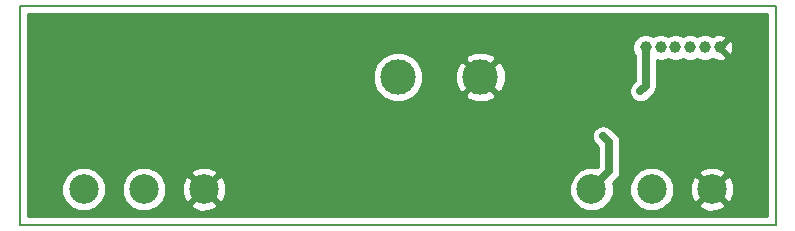
<source format=gbl>
G04 #@! TF.FileFunction,Copper,L2,Bot,Signal*
%FSLAX46Y46*%
G04 Gerber Fmt 4.6, Leading zero omitted, Abs format (unit mm)*
G04 Created by KiCad (PCBNEW 4.0.6+dfsg1-1) date Mon Oct 16 00:48:50 2017*
%MOMM*%
%LPD*%
G01*
G04 APERTURE LIST*
%ADD10C,0.100000*%
%ADD11C,0.150000*%
%ADD12C,2.500000*%
%ADD13C,1.000000*%
%ADD14C,3.000000*%
%ADD15C,0.600000*%
%ADD16C,0.635000*%
%ADD17C,0.254000*%
G04 APERTURE END LIST*
D10*
D11*
X181000000Y-127500000D02*
X181000000Y-109000000D01*
X117000000Y-127500000D02*
X181000000Y-127500000D01*
X117000000Y-109000000D02*
X117000000Y-127500000D01*
X181000000Y-109000000D02*
X117000000Y-109000000D01*
D12*
X127500000Y-124500000D03*
X122400000Y-124500000D03*
X132600000Y-124500000D03*
D13*
X170000000Y-112500000D03*
X171250000Y-112500000D03*
X172500000Y-112500000D03*
X173750000Y-112500000D03*
X175000000Y-112500000D03*
X176250000Y-112500000D03*
D12*
X170500000Y-124500000D03*
X165400000Y-124500000D03*
X175600000Y-124500000D03*
D14*
X149000000Y-115000000D03*
X156000000Y-115000000D03*
D15*
X166370000Y-120015000D03*
X169545000Y-116205000D03*
D16*
X166900000Y-120545000D02*
X166900000Y-123000000D01*
X166370000Y-120015000D02*
X166900000Y-120545000D01*
X166900000Y-123000000D02*
X165400000Y-124500000D01*
X170000000Y-115750000D02*
X170000000Y-112500000D01*
X169545000Y-116205000D02*
X170000000Y-115750000D01*
D17*
G36*
X180290000Y-126790000D02*
X117710000Y-126790000D01*
X117710000Y-124873305D01*
X120514674Y-124873305D01*
X120801043Y-125566372D01*
X121330839Y-126097093D01*
X122023405Y-126384672D01*
X122773305Y-126385326D01*
X123466372Y-126098957D01*
X123997093Y-125569161D01*
X124284672Y-124876595D01*
X124284674Y-124873305D01*
X125614674Y-124873305D01*
X125901043Y-125566372D01*
X126430839Y-126097093D01*
X127123405Y-126384672D01*
X127873305Y-126385326D01*
X128566372Y-126098957D01*
X128832472Y-125833320D01*
X131446285Y-125833320D01*
X131575533Y-126126123D01*
X132275806Y-126394388D01*
X133025435Y-126374250D01*
X133624467Y-126126123D01*
X133753715Y-125833320D01*
X132600000Y-124679605D01*
X131446285Y-125833320D01*
X128832472Y-125833320D01*
X129097093Y-125569161D01*
X129384672Y-124876595D01*
X129385283Y-124175806D01*
X130705612Y-124175806D01*
X130725750Y-124925435D01*
X130973877Y-125524467D01*
X131266680Y-125653715D01*
X132420395Y-124500000D01*
X132779605Y-124500000D01*
X133933320Y-125653715D01*
X134226123Y-125524467D01*
X134475574Y-124873305D01*
X163514674Y-124873305D01*
X163801043Y-125566372D01*
X164330839Y-126097093D01*
X165023405Y-126384672D01*
X165773305Y-126385326D01*
X166466372Y-126098957D01*
X166997093Y-125569161D01*
X167284672Y-124876595D01*
X167284674Y-124873305D01*
X168614674Y-124873305D01*
X168901043Y-125566372D01*
X169430839Y-126097093D01*
X170123405Y-126384672D01*
X170873305Y-126385326D01*
X171566372Y-126098957D01*
X171832472Y-125833320D01*
X174446285Y-125833320D01*
X174575533Y-126126123D01*
X175275806Y-126394388D01*
X176025435Y-126374250D01*
X176624467Y-126126123D01*
X176753715Y-125833320D01*
X175600000Y-124679605D01*
X174446285Y-125833320D01*
X171832472Y-125833320D01*
X172097093Y-125569161D01*
X172384672Y-124876595D01*
X172385283Y-124175806D01*
X173705612Y-124175806D01*
X173725750Y-124925435D01*
X173973877Y-125524467D01*
X174266680Y-125653715D01*
X175420395Y-124500000D01*
X175779605Y-124500000D01*
X176933320Y-125653715D01*
X177226123Y-125524467D01*
X177494388Y-124824194D01*
X177474250Y-124074565D01*
X177226123Y-123475533D01*
X176933320Y-123346285D01*
X175779605Y-124500000D01*
X175420395Y-124500000D01*
X174266680Y-123346285D01*
X173973877Y-123475533D01*
X173705612Y-124175806D01*
X172385283Y-124175806D01*
X172385326Y-124126695D01*
X172098957Y-123433628D01*
X171832475Y-123166680D01*
X174446285Y-123166680D01*
X175600000Y-124320395D01*
X176753715Y-123166680D01*
X176624467Y-122873877D01*
X175924194Y-122605612D01*
X175174565Y-122625750D01*
X174575533Y-122873877D01*
X174446285Y-123166680D01*
X171832475Y-123166680D01*
X171569161Y-122902907D01*
X170876595Y-122615328D01*
X170126695Y-122614674D01*
X169433628Y-122901043D01*
X168902907Y-123430839D01*
X168615328Y-124123405D01*
X168614674Y-124873305D01*
X167284674Y-124873305D01*
X167285326Y-124126695D01*
X167237088Y-124009950D01*
X167573519Y-123673519D01*
X167779995Y-123364506D01*
X167819345Y-123166680D01*
X167852500Y-123000000D01*
X167852500Y-120545000D01*
X167779995Y-120180494D01*
X167573519Y-119871481D01*
X167043519Y-119341481D01*
X166969264Y-119291865D01*
X166900327Y-119222808D01*
X166809416Y-119185058D01*
X166734506Y-119135005D01*
X166646917Y-119117582D01*
X166556799Y-119080162D01*
X166458362Y-119080076D01*
X166370000Y-119062500D01*
X166282409Y-119079923D01*
X166184833Y-119079838D01*
X166093857Y-119117428D01*
X166005494Y-119135005D01*
X165931239Y-119184621D01*
X165841057Y-119221883D01*
X165771390Y-119291428D01*
X165696481Y-119341481D01*
X165646865Y-119415736D01*
X165577808Y-119484673D01*
X165540058Y-119575584D01*
X165490005Y-119650494D01*
X165472582Y-119738083D01*
X165435162Y-119828201D01*
X165435076Y-119926638D01*
X165417500Y-120015000D01*
X165434923Y-120102591D01*
X165434838Y-120200167D01*
X165472428Y-120291143D01*
X165490005Y-120379506D01*
X165539621Y-120453761D01*
X165576883Y-120543943D01*
X165646428Y-120613610D01*
X165696481Y-120688519D01*
X165947500Y-120939538D01*
X165947500Y-122605462D01*
X165890384Y-122662578D01*
X165776595Y-122615328D01*
X165026695Y-122614674D01*
X164333628Y-122901043D01*
X163802907Y-123430839D01*
X163515328Y-124123405D01*
X163514674Y-124873305D01*
X134475574Y-124873305D01*
X134494388Y-124824194D01*
X134474250Y-124074565D01*
X134226123Y-123475533D01*
X133933320Y-123346285D01*
X132779605Y-124500000D01*
X132420395Y-124500000D01*
X131266680Y-123346285D01*
X130973877Y-123475533D01*
X130705612Y-124175806D01*
X129385283Y-124175806D01*
X129385326Y-124126695D01*
X129098957Y-123433628D01*
X128832475Y-123166680D01*
X131446285Y-123166680D01*
X132600000Y-124320395D01*
X133753715Y-123166680D01*
X133624467Y-122873877D01*
X132924194Y-122605612D01*
X132174565Y-122625750D01*
X131575533Y-122873877D01*
X131446285Y-123166680D01*
X128832475Y-123166680D01*
X128569161Y-122902907D01*
X127876595Y-122615328D01*
X127126695Y-122614674D01*
X126433628Y-122901043D01*
X125902907Y-123430839D01*
X125615328Y-124123405D01*
X125614674Y-124873305D01*
X124284674Y-124873305D01*
X124285326Y-124126695D01*
X123998957Y-123433628D01*
X123469161Y-122902907D01*
X122776595Y-122615328D01*
X122026695Y-122614674D01*
X121333628Y-122901043D01*
X120802907Y-123430839D01*
X120515328Y-124123405D01*
X120514674Y-124873305D01*
X117710000Y-124873305D01*
X117710000Y-115422815D01*
X146864630Y-115422815D01*
X147188980Y-116207800D01*
X147789041Y-116808909D01*
X148573459Y-117134628D01*
X149422815Y-117135370D01*
X150207800Y-116811020D01*
X150505368Y-116513970D01*
X154665635Y-116513970D01*
X154825418Y-116832739D01*
X155616187Y-117142723D01*
X156465387Y-117126497D01*
X157174582Y-116832739D01*
X157334365Y-116513970D01*
X156000000Y-115179605D01*
X154665635Y-116513970D01*
X150505368Y-116513970D01*
X150808909Y-116210959D01*
X151134628Y-115426541D01*
X151135335Y-114616187D01*
X153857277Y-114616187D01*
X153873503Y-115465387D01*
X154167261Y-116174582D01*
X154486030Y-116334365D01*
X155820395Y-115000000D01*
X156179605Y-115000000D01*
X157513970Y-116334365D01*
X157772054Y-116205000D01*
X168592500Y-116205000D01*
X168609923Y-116292591D01*
X168609838Y-116390167D01*
X168647428Y-116481143D01*
X168665005Y-116569506D01*
X168714621Y-116643761D01*
X168751883Y-116733943D01*
X168821428Y-116803610D01*
X168871481Y-116878519D01*
X168945736Y-116928135D01*
X169014673Y-116997192D01*
X169105584Y-117034942D01*
X169180494Y-117084995D01*
X169268083Y-117102418D01*
X169358201Y-117139838D01*
X169456638Y-117139924D01*
X169545000Y-117157500D01*
X169632591Y-117140077D01*
X169730167Y-117140162D01*
X169821143Y-117102572D01*
X169909506Y-117084995D01*
X169983761Y-117035379D01*
X170073943Y-116998117D01*
X170143610Y-116928572D01*
X170218519Y-116878519D01*
X170673519Y-116423519D01*
X170879995Y-116114506D01*
X170952500Y-115750000D01*
X170952500Y-113605427D01*
X171023244Y-113634803D01*
X171474775Y-113635197D01*
X171875471Y-113469632D01*
X172273244Y-113634803D01*
X172724775Y-113635197D01*
X173125471Y-113469632D01*
X173523244Y-113634803D01*
X173974775Y-113635197D01*
X174375471Y-113469632D01*
X174773244Y-113634803D01*
X175224775Y-113635197D01*
X175642086Y-113462767D01*
X175665313Y-113439580D01*
X175676648Y-113505217D01*
X176104972Y-113648112D01*
X176555375Y-113616217D01*
X176823352Y-113505217D01*
X176860499Y-113290104D01*
X176250000Y-112679605D01*
X176235858Y-112693748D01*
X176134920Y-112592810D01*
X176135000Y-112500000D01*
X176429605Y-112500000D01*
X177040104Y-113110499D01*
X177255217Y-113073352D01*
X177398112Y-112645028D01*
X177366217Y-112194625D01*
X177255217Y-111926648D01*
X177040104Y-111889501D01*
X176429605Y-112500000D01*
X176135000Y-112500000D01*
X176135082Y-112407028D01*
X176235858Y-112306253D01*
X176250000Y-112320395D01*
X176860499Y-111709896D01*
X176823352Y-111494783D01*
X176395028Y-111351888D01*
X175944625Y-111383783D01*
X175676648Y-111494783D01*
X175665384Y-111560012D01*
X175643765Y-111538355D01*
X175226756Y-111365197D01*
X174775225Y-111364803D01*
X174374529Y-111530368D01*
X173976756Y-111365197D01*
X173525225Y-111364803D01*
X173124529Y-111530368D01*
X172726756Y-111365197D01*
X172275225Y-111364803D01*
X171874529Y-111530368D01*
X171476756Y-111365197D01*
X171025225Y-111364803D01*
X170624529Y-111530368D01*
X170226756Y-111365197D01*
X169775225Y-111364803D01*
X169357914Y-111537233D01*
X169038355Y-111856235D01*
X168865197Y-112273244D01*
X168864803Y-112724775D01*
X169037233Y-113142086D01*
X169047500Y-113152371D01*
X169047500Y-115355462D01*
X168871481Y-115531481D01*
X168821865Y-115605736D01*
X168752808Y-115674673D01*
X168715058Y-115765584D01*
X168665005Y-115840494D01*
X168647582Y-115928083D01*
X168610162Y-116018201D01*
X168610076Y-116116638D01*
X168592500Y-116205000D01*
X157772054Y-116205000D01*
X157832739Y-116174582D01*
X158142723Y-115383813D01*
X158126497Y-114534613D01*
X157832739Y-113825418D01*
X157513970Y-113665635D01*
X156179605Y-115000000D01*
X155820395Y-115000000D01*
X154486030Y-113665635D01*
X154167261Y-113825418D01*
X153857277Y-114616187D01*
X151135335Y-114616187D01*
X151135370Y-114577185D01*
X150811020Y-113792200D01*
X150505384Y-113486030D01*
X154665635Y-113486030D01*
X156000000Y-114820395D01*
X157334365Y-113486030D01*
X157174582Y-113167261D01*
X156383813Y-112857277D01*
X155534613Y-112873503D01*
X154825418Y-113167261D01*
X154665635Y-113486030D01*
X150505384Y-113486030D01*
X150210959Y-113191091D01*
X149426541Y-112865372D01*
X148577185Y-112864630D01*
X147792200Y-113188980D01*
X147191091Y-113789041D01*
X146865372Y-114573459D01*
X146864630Y-115422815D01*
X117710000Y-115422815D01*
X117710000Y-109710000D01*
X180290000Y-109710000D01*
X180290000Y-126790000D01*
X180290000Y-126790000D01*
G37*
X180290000Y-126790000D02*
X117710000Y-126790000D01*
X117710000Y-124873305D01*
X120514674Y-124873305D01*
X120801043Y-125566372D01*
X121330839Y-126097093D01*
X122023405Y-126384672D01*
X122773305Y-126385326D01*
X123466372Y-126098957D01*
X123997093Y-125569161D01*
X124284672Y-124876595D01*
X124284674Y-124873305D01*
X125614674Y-124873305D01*
X125901043Y-125566372D01*
X126430839Y-126097093D01*
X127123405Y-126384672D01*
X127873305Y-126385326D01*
X128566372Y-126098957D01*
X128832472Y-125833320D01*
X131446285Y-125833320D01*
X131575533Y-126126123D01*
X132275806Y-126394388D01*
X133025435Y-126374250D01*
X133624467Y-126126123D01*
X133753715Y-125833320D01*
X132600000Y-124679605D01*
X131446285Y-125833320D01*
X128832472Y-125833320D01*
X129097093Y-125569161D01*
X129384672Y-124876595D01*
X129385283Y-124175806D01*
X130705612Y-124175806D01*
X130725750Y-124925435D01*
X130973877Y-125524467D01*
X131266680Y-125653715D01*
X132420395Y-124500000D01*
X132779605Y-124500000D01*
X133933320Y-125653715D01*
X134226123Y-125524467D01*
X134475574Y-124873305D01*
X163514674Y-124873305D01*
X163801043Y-125566372D01*
X164330839Y-126097093D01*
X165023405Y-126384672D01*
X165773305Y-126385326D01*
X166466372Y-126098957D01*
X166997093Y-125569161D01*
X167284672Y-124876595D01*
X167284674Y-124873305D01*
X168614674Y-124873305D01*
X168901043Y-125566372D01*
X169430839Y-126097093D01*
X170123405Y-126384672D01*
X170873305Y-126385326D01*
X171566372Y-126098957D01*
X171832472Y-125833320D01*
X174446285Y-125833320D01*
X174575533Y-126126123D01*
X175275806Y-126394388D01*
X176025435Y-126374250D01*
X176624467Y-126126123D01*
X176753715Y-125833320D01*
X175600000Y-124679605D01*
X174446285Y-125833320D01*
X171832472Y-125833320D01*
X172097093Y-125569161D01*
X172384672Y-124876595D01*
X172385283Y-124175806D01*
X173705612Y-124175806D01*
X173725750Y-124925435D01*
X173973877Y-125524467D01*
X174266680Y-125653715D01*
X175420395Y-124500000D01*
X175779605Y-124500000D01*
X176933320Y-125653715D01*
X177226123Y-125524467D01*
X177494388Y-124824194D01*
X177474250Y-124074565D01*
X177226123Y-123475533D01*
X176933320Y-123346285D01*
X175779605Y-124500000D01*
X175420395Y-124500000D01*
X174266680Y-123346285D01*
X173973877Y-123475533D01*
X173705612Y-124175806D01*
X172385283Y-124175806D01*
X172385326Y-124126695D01*
X172098957Y-123433628D01*
X171832475Y-123166680D01*
X174446285Y-123166680D01*
X175600000Y-124320395D01*
X176753715Y-123166680D01*
X176624467Y-122873877D01*
X175924194Y-122605612D01*
X175174565Y-122625750D01*
X174575533Y-122873877D01*
X174446285Y-123166680D01*
X171832475Y-123166680D01*
X171569161Y-122902907D01*
X170876595Y-122615328D01*
X170126695Y-122614674D01*
X169433628Y-122901043D01*
X168902907Y-123430839D01*
X168615328Y-124123405D01*
X168614674Y-124873305D01*
X167284674Y-124873305D01*
X167285326Y-124126695D01*
X167237088Y-124009950D01*
X167573519Y-123673519D01*
X167779995Y-123364506D01*
X167819345Y-123166680D01*
X167852500Y-123000000D01*
X167852500Y-120545000D01*
X167779995Y-120180494D01*
X167573519Y-119871481D01*
X167043519Y-119341481D01*
X166969264Y-119291865D01*
X166900327Y-119222808D01*
X166809416Y-119185058D01*
X166734506Y-119135005D01*
X166646917Y-119117582D01*
X166556799Y-119080162D01*
X166458362Y-119080076D01*
X166370000Y-119062500D01*
X166282409Y-119079923D01*
X166184833Y-119079838D01*
X166093857Y-119117428D01*
X166005494Y-119135005D01*
X165931239Y-119184621D01*
X165841057Y-119221883D01*
X165771390Y-119291428D01*
X165696481Y-119341481D01*
X165646865Y-119415736D01*
X165577808Y-119484673D01*
X165540058Y-119575584D01*
X165490005Y-119650494D01*
X165472582Y-119738083D01*
X165435162Y-119828201D01*
X165435076Y-119926638D01*
X165417500Y-120015000D01*
X165434923Y-120102591D01*
X165434838Y-120200167D01*
X165472428Y-120291143D01*
X165490005Y-120379506D01*
X165539621Y-120453761D01*
X165576883Y-120543943D01*
X165646428Y-120613610D01*
X165696481Y-120688519D01*
X165947500Y-120939538D01*
X165947500Y-122605462D01*
X165890384Y-122662578D01*
X165776595Y-122615328D01*
X165026695Y-122614674D01*
X164333628Y-122901043D01*
X163802907Y-123430839D01*
X163515328Y-124123405D01*
X163514674Y-124873305D01*
X134475574Y-124873305D01*
X134494388Y-124824194D01*
X134474250Y-124074565D01*
X134226123Y-123475533D01*
X133933320Y-123346285D01*
X132779605Y-124500000D01*
X132420395Y-124500000D01*
X131266680Y-123346285D01*
X130973877Y-123475533D01*
X130705612Y-124175806D01*
X129385283Y-124175806D01*
X129385326Y-124126695D01*
X129098957Y-123433628D01*
X128832475Y-123166680D01*
X131446285Y-123166680D01*
X132600000Y-124320395D01*
X133753715Y-123166680D01*
X133624467Y-122873877D01*
X132924194Y-122605612D01*
X132174565Y-122625750D01*
X131575533Y-122873877D01*
X131446285Y-123166680D01*
X128832475Y-123166680D01*
X128569161Y-122902907D01*
X127876595Y-122615328D01*
X127126695Y-122614674D01*
X126433628Y-122901043D01*
X125902907Y-123430839D01*
X125615328Y-124123405D01*
X125614674Y-124873305D01*
X124284674Y-124873305D01*
X124285326Y-124126695D01*
X123998957Y-123433628D01*
X123469161Y-122902907D01*
X122776595Y-122615328D01*
X122026695Y-122614674D01*
X121333628Y-122901043D01*
X120802907Y-123430839D01*
X120515328Y-124123405D01*
X120514674Y-124873305D01*
X117710000Y-124873305D01*
X117710000Y-115422815D01*
X146864630Y-115422815D01*
X147188980Y-116207800D01*
X147789041Y-116808909D01*
X148573459Y-117134628D01*
X149422815Y-117135370D01*
X150207800Y-116811020D01*
X150505368Y-116513970D01*
X154665635Y-116513970D01*
X154825418Y-116832739D01*
X155616187Y-117142723D01*
X156465387Y-117126497D01*
X157174582Y-116832739D01*
X157334365Y-116513970D01*
X156000000Y-115179605D01*
X154665635Y-116513970D01*
X150505368Y-116513970D01*
X150808909Y-116210959D01*
X151134628Y-115426541D01*
X151135335Y-114616187D01*
X153857277Y-114616187D01*
X153873503Y-115465387D01*
X154167261Y-116174582D01*
X154486030Y-116334365D01*
X155820395Y-115000000D01*
X156179605Y-115000000D01*
X157513970Y-116334365D01*
X157772054Y-116205000D01*
X168592500Y-116205000D01*
X168609923Y-116292591D01*
X168609838Y-116390167D01*
X168647428Y-116481143D01*
X168665005Y-116569506D01*
X168714621Y-116643761D01*
X168751883Y-116733943D01*
X168821428Y-116803610D01*
X168871481Y-116878519D01*
X168945736Y-116928135D01*
X169014673Y-116997192D01*
X169105584Y-117034942D01*
X169180494Y-117084995D01*
X169268083Y-117102418D01*
X169358201Y-117139838D01*
X169456638Y-117139924D01*
X169545000Y-117157500D01*
X169632591Y-117140077D01*
X169730167Y-117140162D01*
X169821143Y-117102572D01*
X169909506Y-117084995D01*
X169983761Y-117035379D01*
X170073943Y-116998117D01*
X170143610Y-116928572D01*
X170218519Y-116878519D01*
X170673519Y-116423519D01*
X170879995Y-116114506D01*
X170952500Y-115750000D01*
X170952500Y-113605427D01*
X171023244Y-113634803D01*
X171474775Y-113635197D01*
X171875471Y-113469632D01*
X172273244Y-113634803D01*
X172724775Y-113635197D01*
X173125471Y-113469632D01*
X173523244Y-113634803D01*
X173974775Y-113635197D01*
X174375471Y-113469632D01*
X174773244Y-113634803D01*
X175224775Y-113635197D01*
X175642086Y-113462767D01*
X175665313Y-113439580D01*
X175676648Y-113505217D01*
X176104972Y-113648112D01*
X176555375Y-113616217D01*
X176823352Y-113505217D01*
X176860499Y-113290104D01*
X176250000Y-112679605D01*
X176235858Y-112693748D01*
X176134920Y-112592810D01*
X176135000Y-112500000D01*
X176429605Y-112500000D01*
X177040104Y-113110499D01*
X177255217Y-113073352D01*
X177398112Y-112645028D01*
X177366217Y-112194625D01*
X177255217Y-111926648D01*
X177040104Y-111889501D01*
X176429605Y-112500000D01*
X176135000Y-112500000D01*
X176135082Y-112407028D01*
X176235858Y-112306253D01*
X176250000Y-112320395D01*
X176860499Y-111709896D01*
X176823352Y-111494783D01*
X176395028Y-111351888D01*
X175944625Y-111383783D01*
X175676648Y-111494783D01*
X175665384Y-111560012D01*
X175643765Y-111538355D01*
X175226756Y-111365197D01*
X174775225Y-111364803D01*
X174374529Y-111530368D01*
X173976756Y-111365197D01*
X173525225Y-111364803D01*
X173124529Y-111530368D01*
X172726756Y-111365197D01*
X172275225Y-111364803D01*
X171874529Y-111530368D01*
X171476756Y-111365197D01*
X171025225Y-111364803D01*
X170624529Y-111530368D01*
X170226756Y-111365197D01*
X169775225Y-111364803D01*
X169357914Y-111537233D01*
X169038355Y-111856235D01*
X168865197Y-112273244D01*
X168864803Y-112724775D01*
X169037233Y-113142086D01*
X169047500Y-113152371D01*
X169047500Y-115355462D01*
X168871481Y-115531481D01*
X168821865Y-115605736D01*
X168752808Y-115674673D01*
X168715058Y-115765584D01*
X168665005Y-115840494D01*
X168647582Y-115928083D01*
X168610162Y-116018201D01*
X168610076Y-116116638D01*
X168592500Y-116205000D01*
X157772054Y-116205000D01*
X157832739Y-116174582D01*
X158142723Y-115383813D01*
X158126497Y-114534613D01*
X157832739Y-113825418D01*
X157513970Y-113665635D01*
X156179605Y-115000000D01*
X155820395Y-115000000D01*
X154486030Y-113665635D01*
X154167261Y-113825418D01*
X153857277Y-114616187D01*
X151135335Y-114616187D01*
X151135370Y-114577185D01*
X150811020Y-113792200D01*
X150505384Y-113486030D01*
X154665635Y-113486030D01*
X156000000Y-114820395D01*
X157334365Y-113486030D01*
X157174582Y-113167261D01*
X156383813Y-112857277D01*
X155534613Y-112873503D01*
X154825418Y-113167261D01*
X154665635Y-113486030D01*
X150505384Y-113486030D01*
X150210959Y-113191091D01*
X149426541Y-112865372D01*
X148577185Y-112864630D01*
X147792200Y-113188980D01*
X147191091Y-113789041D01*
X146865372Y-114573459D01*
X146864630Y-115422815D01*
X117710000Y-115422815D01*
X117710000Y-109710000D01*
X180290000Y-109710000D01*
X180290000Y-126790000D01*
M02*

</source>
